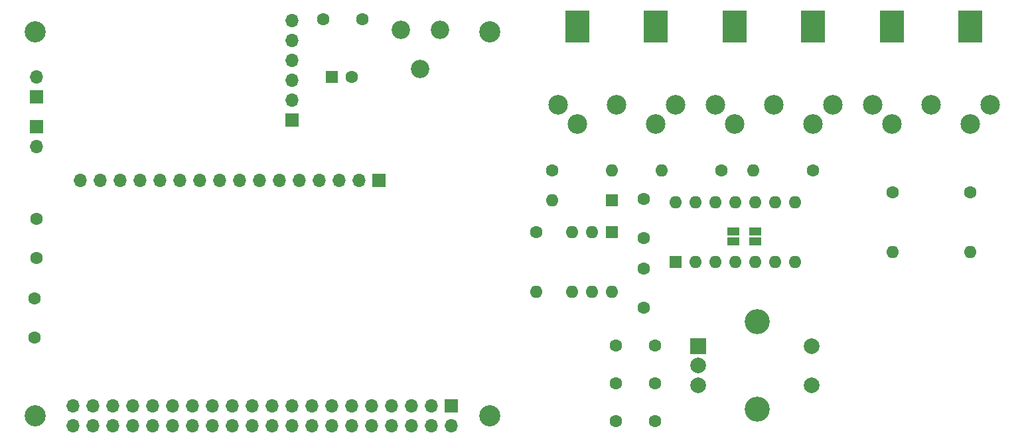
<source format=gbs>
G04 #@! TF.GenerationSoftware,KiCad,Pcbnew,(6.0.5)*
G04 #@! TF.CreationDate,2022-07-28T08:19:04+01:00*
G04 #@! TF.ProjectId,RPi-MiniDexed-IOBoard-HD44780,5250692d-4d69-46e6-9944-657865642d49,rev?*
G04 #@! TF.SameCoordinates,Original*
G04 #@! TF.FileFunction,Soldermask,Bot*
G04 #@! TF.FilePolarity,Negative*
%FSLAX46Y46*%
G04 Gerber Fmt 4.6, Leading zero omitted, Abs format (unit mm)*
G04 Created by KiCad (PCBNEW (6.0.5)) date 2022-07-28 08:19:04*
%MOMM*%
%LPD*%
G01*
G04 APERTURE LIST*
G04 Aperture macros list*
%AMFreePoly0*
4,1,5,1.500000,-2.000000,-1.500000,-2.000000,-1.500000,2.000000,1.500000,2.000000,1.500000,-2.000000,1.500000,-2.000000,$1*%
G04 Aperture macros list end*
%ADD10C,2.700000*%
%ADD11R,1.600000X1.600000*%
%ADD12C,1.600000*%
%ADD13R,2.000000X2.000000*%
%ADD14C,2.000000*%
%ADD15C,3.200000*%
%ADD16O,1.600000X1.600000*%
%ADD17R,1.700000X1.700000*%
%ADD18O,1.700000X1.700000*%
%ADD19C,2.340000*%
%ADD20R,1.500000X1.000000*%
%ADD21C,2.499360*%
%ADD22FreePoly0,0.000000*%
G04 APERTURE END LIST*
D10*
X219868000Y-133412000D03*
X161868000Y-133412000D03*
X219868000Y-84412000D03*
X161868000Y-84412000D03*
D11*
X199746000Y-90170000D03*
D12*
X202246000Y-90170000D03*
D13*
X246496000Y-124500000D03*
D14*
X246496000Y-129500000D03*
X246496000Y-127000000D03*
D15*
X253996000Y-121400000D03*
X253996000Y-132600000D03*
D14*
X260996000Y-129500000D03*
X260996000Y-124500000D03*
D12*
X225806000Y-109982000D03*
D16*
X225806000Y-117602000D03*
D12*
X241006000Y-134112000D03*
X236006000Y-134112000D03*
X239522000Y-119594000D03*
X239522000Y-114594000D03*
D11*
X235458000Y-105918000D03*
D16*
X227838000Y-105918000D03*
D12*
X227838000Y-102108000D03*
D16*
X235458000Y-102108000D03*
D12*
X241006000Y-129286000D03*
X236006000Y-129286000D03*
X162052000Y-108244000D03*
X162052000Y-113244000D03*
X239522000Y-105704000D03*
X239522000Y-110704000D03*
D17*
X162052000Y-96515000D03*
D18*
X162052000Y-99055000D03*
D11*
X243581000Y-113782000D03*
D16*
X246121000Y-113782000D03*
X248661000Y-113782000D03*
X251201000Y-113782000D03*
X253741000Y-113782000D03*
X256281000Y-113782000D03*
X258821000Y-113782000D03*
X258821000Y-106162000D03*
X256281000Y-106162000D03*
X253741000Y-106162000D03*
X251201000Y-106162000D03*
X248661000Y-106162000D03*
X246121000Y-106162000D03*
X243581000Y-106162000D03*
D12*
X271272000Y-104902000D03*
D16*
X271272000Y-112522000D03*
D11*
X235468000Y-109992000D03*
D16*
X232928000Y-109992000D03*
X230388000Y-109992000D03*
X230388000Y-117612000D03*
X232928000Y-117612000D03*
X235468000Y-117612000D03*
D17*
X205740000Y-103378000D03*
D18*
X203200000Y-103378000D03*
X200660000Y-103378000D03*
X198120000Y-103378000D03*
X195580000Y-103378000D03*
X193040000Y-103378000D03*
X190500000Y-103378000D03*
X187960000Y-103378000D03*
X185420000Y-103378000D03*
X182880000Y-103378000D03*
X180340000Y-103378000D03*
X177800000Y-103378000D03*
X175260000Y-103378000D03*
X172720000Y-103378000D03*
X170180000Y-103378000D03*
X167640000Y-103378000D03*
D17*
X194641000Y-95619000D03*
D18*
X194641000Y-93079000D03*
X194641000Y-90539000D03*
X194641000Y-87999000D03*
X194641000Y-85459000D03*
X194641000Y-82919000D03*
D12*
X203668000Y-82804000D03*
X198668000Y-82804000D03*
X161798000Y-118404000D03*
X161798000Y-123404000D03*
X249428000Y-102108000D03*
D16*
X241808000Y-102108000D03*
D17*
X162052000Y-92715000D03*
D18*
X162052000Y-90175000D03*
D12*
X241006000Y-124460000D03*
X236006000Y-124460000D03*
X281178000Y-104902000D03*
D16*
X281178000Y-112522000D03*
D19*
X208534000Y-84114000D03*
X211034000Y-89114000D03*
X213534000Y-84114000D03*
D12*
X261112000Y-102108000D03*
D16*
X253492000Y-102108000D03*
D17*
X214998000Y-132142000D03*
D18*
X214998000Y-134682000D03*
X212458000Y-132142000D03*
X212458000Y-134682000D03*
X209918000Y-132142000D03*
X209918000Y-134682000D03*
X207378000Y-132142000D03*
X207378000Y-134682000D03*
X204838000Y-132142000D03*
X204838000Y-134682000D03*
X202298000Y-132142000D03*
X202298000Y-134682000D03*
X199758000Y-132142000D03*
X199758000Y-134682000D03*
X197218000Y-132142000D03*
X197218000Y-134682000D03*
X194678000Y-132142000D03*
X194678000Y-134682000D03*
X192138000Y-132142000D03*
X192138000Y-134682000D03*
X189598000Y-132142000D03*
X189598000Y-134682000D03*
X187058000Y-132142000D03*
X187058000Y-134682000D03*
X184518000Y-132142000D03*
X184518000Y-134682000D03*
X181978000Y-132142000D03*
X181978000Y-134682000D03*
X179438000Y-132142000D03*
X179438000Y-134682000D03*
X176898000Y-132142000D03*
X176898000Y-134682000D03*
X174358000Y-132142000D03*
X174358000Y-134682000D03*
X171818000Y-132142000D03*
X171818000Y-134682000D03*
X169278000Y-132142000D03*
X169278000Y-134682000D03*
X166738000Y-132142000D03*
X166738000Y-134682000D03*
D20*
X250952000Y-111140000D03*
X250952000Y-109840000D03*
X253746000Y-111140000D03*
X253746000Y-109840000D03*
D21*
X231071820Y-96177100D03*
X241064180Y-96177100D03*
X228569920Y-93675200D03*
X236068000Y-93677740D03*
X243566080Y-93675200D03*
D22*
X231066740Y-83680300D03*
X241069260Y-83680300D03*
X261135260Y-83680300D03*
X251132740Y-83680300D03*
D21*
X263632080Y-93675200D03*
X256134000Y-93677740D03*
X248635920Y-93675200D03*
X261130180Y-96177100D03*
X251137820Y-96177100D03*
D22*
X271198740Y-83680300D03*
X281201260Y-83680300D03*
D21*
X283698080Y-93675200D03*
X276200000Y-93677740D03*
X268701920Y-93675200D03*
X281196180Y-96177100D03*
X271203820Y-96177100D03*
M02*

</source>
